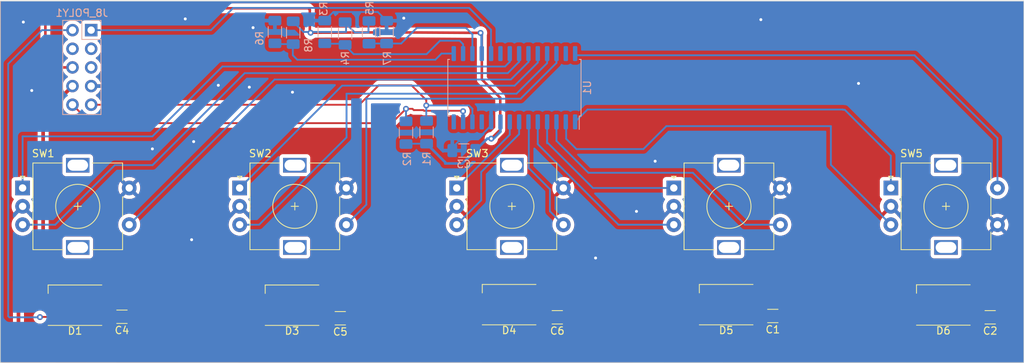
<source format=kicad_pcb>
(kicad_pcb (version 20221018) (generator pcbnew)
  (layers (0 "F.Cu" signal) (31 "B.Cu" signal) (34 "B.Paste" user) (35 "F.Paste" user) (36 "B.SilkS" user "B.Silkscreen") (37 "F.SilkS" user "F.Silkscreen") (38 "B.Mask" user) (39 "F.Mask" user) (44 "Edge.Cuts" user))
  (net 0 "")
  (net 1 "GND")
  (net 2 "LED_POWER")
  (net 3 "VCC")
  (net 4 "LED_DATA_IN")
  (net 5 "Net-(D1-DOUT)")
  (net 6 "MCP23017_IRQ")
  (net 8 "Net-(D3-DOUT)")
  (net 9 "Net-(D4-DOUT)")
  (net 10 "Net-(D5-DOUT)")
  (net 14 "SDA")
  (net 15 "SCK")
  (net 16 "Net-(U1-A1)")
  (net 17 "Net-(U1-A2)")
  (net 18 "Net-(U1-A0)")
  (net 19 "R1_A")
  (net 20 "R1_B")
  (net 21 "R2_A")
  (net 22 "R2_B")
  (net 23 "R3_A")
  (net 24 "R3_B")
  (net 25 "R4_A")
  (net 26 "R4_B")
  (net 30 "R5_A")
  (net 31 "R5_B")
  (net 32 "SW_1")
  (net 33 "SW_2")
  (net 34 "SW_3")
  (net 35 "SW_4")
  (net 36 "SW_5")
  (footprint "LED_SMD:LED_SK6812_PLCC4_5.0x5.0mm_P3.2mm" (layer "F.Cu") (at 212.74405 56.2866 180)
    (fp_text reference "D5" (at 0 -3.5) (layer "F.SilkS"))
    (fp_text value "SK6812")
    (pad "1" smd rect (at 2.45 1.6 180) (size 1.5 1) (layers "F.Cu" "F.Paste" "F.Mask") (net 1 "GND"))
    (pad "2" smd rect (at 2.45 -1.6 180) (size 1.5 1) (layers "F.Cu" "F.Paste" "F.Mask") (net 9 "Net-(D4-DOUT)"))
    (pad "3" smd rect (at -2.45 -1.6 180) (size 1.5 1) (layers "F.Cu" "F.Paste" "F.Mask") (net 2 "LED_POWER"))
    (pad "4" smd rect (at -2.45 1.6 180) (size 1.5 1) (layers "F.Cu" "F.Paste" "F.Mask") (net 10 "Net-(D5-DOUT)"))
  )
  (footprint "Rotary_Encoder:RotaryEncoder_Alps_EC11E-Switch_Vertical_H20mm" (layer "F.Cu") (at 176.0979 40.4006)
    (fp_text reference "SW3" (at 2.8 -4.7) (layer "F.SilkS"))
    (fp_text value "RotaryEncoder_Switch")
    (pad "A" thru_hole rect (at 0 0) (size 2 2) (drill 1) (layers "*.Cu" "*.Mask") (net 23 "R3_A"))
    (pad "B" thru_hole circle (at 0 5) (size 2 2) (drill 1) (layers "*.Cu" "*.Mask") (net 24 "R3_B"))
    (pad "C" thru_hole circle (at 0 2.5) (size 2 2) (drill 1) (layers "*.Cu" "*.Mask") (net 1 "GND"))
    (pad "MP" thru_hole rect (at 7.5 -3.1) (size 3.2 2) (drill oval 2.8 1.5) (layers "*.Cu" "*.Mask"))
    (pad "MP" thru_hole rect (at 7.5 8.1) (size 3.2 2) (drill oval 2.8 1.5) (layers "*.Cu" "*.Mask"))
    (pad "S1" thru_hole circle (at 14.5 5) (size 2 2) (drill 1) (layers "*.Cu" "*.Mask") (net 34 "SW_3"))
    (pad "S2" thru_hole circle (at 14.5 0) (size 2 2) (drill 1) (layers "*.Cu" "*.Mask") (net 1 "GND"))
  )
  (footprint "LED_SMD:LED_SK6812_PLCC4_5.0x5.0mm_P3.2mm" (layer "F.Cu") (at 242.279 56.337 180)
    (fp_text reference "D6" (at 0 -3.5) (layer "F.SilkS"))
    (fp_text value "SK6812")
    (pad "1" smd rect (at 2.45 1.6 180) (size 1.5 1) (layers "F.Cu" "F.Paste" "F.Mask") (net 1 "GND"))
    (pad "2" smd rect (at 2.45 -1.6 180) (size 1.5 1) (layers "F.Cu" "F.Paste" "F.Mask") (net 10 "Net-(D5-DOUT)"))
    (pad "3" smd rect (at -2.45 -1.6 180) (size 1.5 1) (layers "F.Cu" "F.Paste" "F.Mask") (net 2 "LED_POWER"))
    (pad "4" smd rect (at -2.45 1.6 180) (size 1.5 1) (layers "F.Cu" "F.Paste" "F.Mask"))
  )
  (footprint "Rotary_Encoder:RotaryEncoder_Alps_EC11E-Switch_Vertical_H20mm" (layer "F.Cu") (at 146.57675 40.4006)
    (fp_text reference "SW2" (at 2.8 -4.7) (layer "F.SilkS"))
    (fp_text value "RotaryEncoder_Switch")
    (pad "A" thru_hole rect (at 0 0) (size 2 2) (drill 1) (layers "*.Cu" "*.Mask") (net 21 "R2_A"))
    (pad "B" thru_hole circle (at 0 5) (size 2 2) (drill 1) (layers "*.Cu" "*.Mask") (net 22 "R2_B"))
    (pad "C" thru_hole circle (at 0 2.5) (size 2 2) (drill 1) (layers "*.Cu" "*.Mask") (net 1 "GND"))
    (pad "MP" thru_hole rect (at 7.5 -3.1) (size 3.2 2) (drill oval 2.8 1.5) (layers "*.Cu" "*.Mask"))
    (pad "MP" thru_hole rect (at 7.5 8.1) (size 3.2 2) (drill oval 2.8 1.5) (layers "*.Cu" "*.Mask"))
    (pad "S1" thru_hole circle (at 14.5 5) (size 2 2) (drill 1) (layers "*.Cu" "*.Mask") (net 33 "SW_2"))
    (pad "S2" thru_hole circle (at 14.5 0) (size 2 2) (drill 1) (layers "*.Cu" "*.Mask") (net 1 "GND"))
  )
  (footprint "Capacitor_SMD:C_1206_3216Metric_Pad1.33x1.80mm_HandSolder" (layer "F.Cu") (at 130.5691 57.9374 180)
    (fp_text reference "C4" (at 0 -1.85) (layer "F.SilkS"))
    (fp_text value "100n")
    (pad "1" smd roundrect (at -1.5625 0 180) (size 1.325 1.8) (layers "F.Cu" "F.Paste" "F.Mask") (roundrect_rratio 0.1886792453) (net 1 "GND"))
    (pad "2" smd roundrect (at 1.5625 0 180) (size 1.325 1.8) (layers "F.Cu" "F.Paste" "F.Mask") (roundrect_rratio 0.1886792453) (net 2 "LED_POWER"))
  )
  (footprint "Capacitor_SMD:C_1206_3216Metric_Pad1.33x1.80mm_HandSolder" (layer "F.Cu") (at 248.6537 58.0136 180)
    (fp_text reference "C2" (at 0 -1.85) (layer "F.SilkS"))
    (fp_text value "100n")
    (pad "1" smd roundrect (at -1.5625 0 180) (size 1.325 1.8) (layers "F.Cu" "F.Paste" "F.Mask") (roundrect_rratio 0.1886792453) (net 1 "GND"))
    (pad "2" smd roundrect (at 1.5625 0 180) (size 1.325 1.8) (layers "F.Cu" "F.Paste" "F.Mask") (roundrect_rratio 0.1886792453) (net 2 "LED_POWER"))
  )
  (footprint "LED_SMD:LED_SK6812_PLCC4_5.0x5.0mm_P3.2mm" (layer "F.Cu") (at 183.2229 56.2866 180)
    (fp_text reference "D4" (at 0 -3.5) (layer "F.SilkS"))
    (fp_text value "SK6812")
    (pad "1" smd rect (at 2.45 1.6 180) (size 1.5 1) (layers "F.Cu" "F.Paste" "F.Mask") (net 1 "GND"))
    (pad "2" smd rect (at 2.45 -1.6 180) (size 1.5 1) (layers "F.Cu" "F.Paste" "F.Mask") (net 8 "Net-(D3-DOUT)"))
    (pad "3" smd rect (at -2.45 -1.6 180) (size 1.5 1) (layers "F.Cu" "F.Paste" "F.Mask") (net 2 "LED_POWER"))
    (pad "4" smd rect (at -2.45 1.6 180) (size 1.5 1) (layers "F.Cu" "F.Paste" "F.Mask") (net 9 "Net-(D4-DOUT)"))
  )
  (footprint "Capacitor_SMD:C_1206_3216Metric_Pad1.33x1.80mm_HandSolder" (layer "F.Cu") (at 189.7765 58.0136 180)
    (fp_text reference "C6" (at 0 -1.85) (layer "F.SilkS"))
    (fp_text value "100n")
    (pad "1" smd roundrect (at -1.5625 0 180) (size 1.325 1.8) (layers "F.Cu" "F.Paste" "F.Mask") (roundrect_rratio 0.1886792453) (net 1 "GND"))
    (pad "2" smd roundrect (at 1.5625 0 180) (size 1.325 1.8) (layers "F.Cu" "F.Paste" "F.Mask") (roundrect_rratio 0.1886792453) (net 2 "LED_POWER"))
  )
  (footprint "Capacitor_SMD:C_1206_3216Metric_Pad1.33x1.80mm_HandSolder" (layer "F.Cu") (at 160.2609 58.1406 180)
    (fp_text reference "C5" (at 0 -1.85) (layer "F.SilkS"))
    (fp_text value "100n")
    (pad "1" smd roundrect (at -1.5625 0 180) (size 1.325 1.8) (layers "F.Cu" "F.Paste" "F.Mask") (roundrect_rratio 0.1886792453) (net 1 "GND"))
    (pad "2" smd roundrect (at 1.5625 0 180) (size 1.325 1.8) (layers "F.Cu" "F.Paste" "F.Mask") (roundrect_rratio 0.1886792453) (net 2 "LED_POWER"))
  )
  (footprint "LED_SMD:LED_SK6812_PLCC4_5.0x5.0mm_P3.2mm" (layer "F.Cu") (at 153.70175 56.3628 180)
    (fp_text reference "D3" (at 0 -3.5) (layer "F.SilkS"))
    (fp_text value "SK6812")
    (pad "1" smd rect (at 2.45 1.6 180) (size 1.5 1) (layers "F.Cu" "F.Paste" "F.Mask") (net 1 "GND"))
    (pad "2" smd rect (at 2.45 -1.6 180) (size 1.5 1) (layers "F.Cu" "F.Paste" "F.Mask") (net 5 "Net-(D1-DOUT)"))
    (pad "3" smd rect (at -2.45 -1.6 180) (size 1.5 1) (layers "F.Cu" "F.Paste" "F.Mask") (net 2 "LED_POWER"))
    (pad "4" smd rect (at -2.45 1.6 180) (size 1.5 1) (layers "F.Cu" "F.Paste" "F.Mask") (net 8 "Net-(D3-DOUT)"))
  )
  (footprint "LED_SMD:LED_SK6812_PLCC4_5.0x5.0mm_P3.2mm" (layer "F.Cu") (at 124.1806 56.3628 180)
    (fp_text reference "D1" (at 0 -3.5) (layer "F.SilkS"))
    (fp_text value "SK6812")
    (pad "1" smd rect (at 2.45 1.6 180) (size 1.5 1) (layers "F.Cu" "F.Paste" "F.Mask") (net 1 "GND"))
    (pad "2" smd rect (at 2.45 -1.6 180) (size 1.5 1) (layers "F.Cu" "F.Paste" "F.Mask") (net 4 "LED_DATA_IN"))
    (pad "3" smd rect (at -2.45 -1.6 180) (size 1.5 1) (layers "F.Cu" "F.Paste" "F.Mask") (net 2 "LED_POWER"))
    (pad "4" smd rect (at -2.45 1.6 180) (size 1.5 1) (layers "F.Cu" "F.Paste" "F.Mask") (net 5 "Net-(D1-DOUT)"))
  )
  (footprint "Capacitor_SMD:C_1206_3216Metric_Pad1.33x1.80mm_HandSolder" (layer "F.Cu") (at 219.0873 57.8358 180)
    (fp_text reference "C1" (at 0 -1.85) (layer "F.SilkS"))
    (fp_text value "100n")
    (pad "1" smd roundrect (at -1.5625 0 180) (size 1.325 1.8) (layers "F.Cu" "F.Paste" "F.Mask") (roundrect_rratio 0.1886792453) (net 1 "GND"))
    (pad "2" smd roundrect (at 1.5625 0 180) (size 1.325 1.8) (layers "F.Cu" "F.Paste" "F.Mask") (roundrect_rratio 0.1886792453) (net 2 "LED_POWER"))
  )
  (footprint "Rotary_Encoder:RotaryEncoder_Alps_EC11E-Switch_Vertical_H20mm" (layer "F.Cu") (at 235.1402 40.4006)
    (fp_text reference "SW5" (at 2.8 -4.7) (layer "F.SilkS"))
    (fp_text value "RotaryEncoder_Switch")
    (pad "A" thru_hole rect (at 0 0) (size 2 2) (drill 1) (layers "*.Cu" "*.Mask") (net 30 "R5_A"))
    (pad "B" thru_hole circle (at 0 5) (size 2 2) (drill 1) (layers "*.Cu" "*.Mask") (net 31 "R5_B"))
    (pad "C" thru_hole circle (at 0 2.5) (size 2 2) (drill 1) (layers "*.Cu" "*.Mask") (net 1 "GND"))
    (pad "MP" thru_hole rect (at 7.5 -3.1) (size 3.2 2) (drill oval 2.8 1.5) (layers "*.Cu" "*.Mask"))
    (pad "MP" thru_hole rect (at 7.5 8.1) (size 3.2 2) (drill oval 2.8 1.5) (layers "*.Cu" "*.Mask"))
    (pad "S1" thru_hole circle (at 14.5 5) (size 2 2) (drill 1) (layers "*.Cu" "*.Mask") (net 1 "GND"))
    (pad "S2" thru_hole circle (at 14.5 0) (size 2 2) (drill 1) (layers "*.Cu" "*.Mask") (net 36 "SW_5"))
  )
  (footprint "Rotary_Encoder:RotaryEncoder_Alps_EC11E-Switch_Vertical_H20mm" (layer "F.Cu") (at 117.0556 40.4006)
    (fp_text reference "SW1" (at 2.8 -4.7) (layer "F.SilkS"))
    (fp_text value "RotaryEncoder_Switch")
    (pad "A" thru_hole rect (at 0 0) (size 2 2) (drill 1) (layers "*.Cu" "*.Mask") (net 19 "R1_A"))
    (pad "B" thru_hole circle (at 0 5) (size 2 2) (drill 1) (layers "*.Cu" "*.Mask") (net 20 "R1_B"))
    (pad "C" thru_hole circle (at 0 2.5) (size 2 2) (drill 1) (layers "*.Cu" "*.Mask") (net 1 "GND"))
    (pad "MP" thru_hole rect (at 7.5 -3.1) (size 3.2 2) (drill oval 2.8 1.5) (layers "*.Cu" "*.Mask"))
    (pad "MP" thru_hole rect (at 7.5 8.1) (size 3.2 2) (drill oval 2.8 1.5) (layers "*.Cu" "*.Mask"))
    (pad "S1" thru_hole circle (at 14.5 5) (size 2 2) (drill 1) (layers "*.Cu" "*.Mask") (net 32 "SW_1"))
    (pad "S2" thru_hole circle (at 14.5 0) (size 2 2) (drill 1) (layers "*.Cu" "*.Mask") (net 1 "GND"))
  )
  (footprint "Rotary_Encoder:RotaryEncoder_Alps_EC11E-Switch_Vertical_H20mm" (layer "F.Cu") (at 205.61905 40.4006)
    (fp_text reference "SW4" hide)
    (fp_text value "RotaryEncoder_Switch")
    (pad "A" thru_hole rect (at 0 0) (size 2 2) (drill 1) (layers "*.Cu" "*.Mask") (net 25 "R4_A"))
    (pad "B" thru_hole circle (at 0 5) (size 2 2) (drill 1) (layers "*.Cu" "*.Mask") (net 26 "R4_B"))
    (pad "C" thru_hole circle (at 0 2.5) (size 2 2) (drill 1) (layers "*.Cu" "*.Mask") (net 1 "GND"))
    (pad "MP" thru_hole rect (at 7.5 -3.1) (size 3.2 2) (drill oval 2.8 1.5) (layers "*.Cu" "*.Mask"))
    (pad "MP" thru_hole rect (at 7.5 8.1) (size 3.2 2) (drill oval 2.8 1.5) (layers "*.Cu" "*.Mask"))
    (pad "S1" thru_hole circle (at 14.5 5) (size 2 2) (drill 1) (layers "*.Cu" "*.Mask") (net 35 "SW_4"))
    (pad "S2" thru_hole circle (at 14.5 0) (size 2 2) (drill 1) (layers "*.Cu" "*.Mask") (net 1 "GND"))
  )
  (footprint "Package_SO:SOIC-28W_7.5x17.9mm_P1.27mm" (layer "B.Cu") (at 183.9468 26.7462 90)
    (fp_text reference "U1" (at 0 9.9 90) (layer "B.SilkS") (effects (justify mirror)))
    (fp_text value "MCP23017_SO")
    (pad "1" smd roundrect (at -4.65 8.255 90) (size 2.05 0.6) (layers "B.Cu" "B.Paste" "B.Mask") (net 30 "R5_A"))
    (pad "2" smd roundrect (at -4.65 6.985 90) (size 2.05 0.6) (layers "B.Cu" "B.Paste" "B.Mask") (net 31 "R5_B"))
    (pad "3" smd roundrect (at -4.65 5.715 90) (size 2.05 0.6) (layers "B.Cu" "B.Paste" "B.Mask") (net 35 "SW_4"))
    (pad "4" smd roundrect (at -4.65 4.445 90) (size 2.05 0.6) (layers "B.Cu" "B.Paste" "B.Mask") (net 25 "R4_A"))
    (pad "5" smd roundrect (at -4.65 3.175 90) (size 2.05 0.6) (layers "B.Cu" "B.Paste" "B.Mask") (net 26 "R4_B"))
    (pad "6" smd roundrect (at -4.65 1.905 90) (size 2.05 0.6) (layers "B.Cu" "B.Paste" "B.Mask") (net 34 "SW_3"))
    (pad "7" smd roundrect (at -4.65 0.635 90) (size 2.05 0.6) (layers "B.Cu" "B.Paste" "B.Mask") (net 24 "R3_B"))
    (pad "8" smd roundrect (at -4.65 -0.635 90) (size 2.05 0.6) (layers "B.Cu" "B.Paste" "B.Mask") (net 23 "R3_A"))
    (pad "9" smd roundrect (at -4.65 -1.905 90) (size 2.05 0.6) (layers "B.Cu" "B.Paste" "B.Mask") (net 3 "VCC"))
    (pad "10" smd roundrect (at -4.65 -3.175 90) (size 2.05 0.6) (layers "B.Cu" "B.Paste" "B.Mask") (net 1 "GND"))
    (pad "11" smd roundrect (at -4.65 -4.445 90) (size 2.05 0.6) (layers "B.Cu" "B.Paste" "B.Mask"))
    (pad "12" smd roundrect (at -4.65 -5.715 90) (size 2.05 0.6) (layers "B.Cu" "B.Paste" "B.Mask") (net 15 "SCK"))
    (pad "13" smd roundrect (at -4.65 -6.985 90) (size 2.05 0.6) (layers "B.Cu" "B.Paste" "B.Mask") (net 14 "SDA"))
    (pad "14" smd roundrect (at -4.65 -8.255 90) (size 2.05 0.6) (layers "B.Cu" "B.Paste" "B.Mask"))
    (pad "15" smd roundrect (at 4.65 -8.255 90) (size 2.05 0.6) (layers "B.Cu" "B.Paste" "B.Mask") (net 18 "Net-(U1-A0)"))
    (pad "16" smd roundrect (at 4.65 -6.985 90) (size 2.05 0.6) (layers "B.Cu" "B.Paste" "B.Mask") (net 16 "Net-(U1-A1)"))
    (pad "17" smd roundrect (at 4.65 -5.715 90) (size 2.05 0.6) (layers "B.Cu" "B.Paste" "B.Mask") (net 17 "Net-(U1-A2)"))
    (pad "18" smd roundrect (at 4.65 -4.445 90) (size 2.05 0.6) (layers "B.Cu" "B.Paste" "B.Mask") (net 3 "VCC"))
    (pad "19" smd roundrect (at 4.65 -3.175 90) (size 2.05 0.6) (layers "B.Cu" "B.Paste" "B.Mask") (net 6 "MCP23017_IRQ"))
    (pad "20" smd roundrect (at 4.65 -1.905 90) (size 2.05 0.6) (layers "B.Cu" "B.Paste" "B.Mask"))
    (pad "21" smd roundrect (at 4.65 -0.635 90) (size 2.05 0.6) (layers "B.Cu" "B.Paste" "B.Mask") (net 19 "R1_A"))
    (pad "22" smd roundrect (at 4.65 0.635 90) (size 2.05 0.6) (layers "B.Cu" "B.Paste" "B.Mask") (net 20 "R1_B"))
    (pad "23" smd roundrect (at 4.65 1.905 90) (size 2.05 0.6) (layers "B.Cu" "B.Paste" "B.Mask") (net 32 "SW_1"))
    (pad "24" smd roundrect (at 4.65 3.175 90) (size 2.05 0.6) (layers "B.Cu" "B.Paste" "B.Mask") (net 21 "R2_A"))
    (pad "25" smd roundrect (at 4.65 4.445 90) (size 2.05 0.6) (layers "B.Cu" "B.Paste" "B.Mask") (net 22 "R2_B"))
    (pad "26" smd roundrect (at 4.65 5.715 90) (size 2.05 0.6) (layers "B.Cu" "B.Paste" "B.Mask") (net 33 "SW_2"))
    (pad "27" smd roundrect (at 4.65 6.985 90) (size 2.05 0.6) (layers "B.Cu" "B.Paste" "B.Mask"))
    (pad "28" smd roundrect (at 4.65 8.255 90) (size 2.05 0.6) (layers "B.Cu" "B.Paste" "B.Mask") (net 36 "SW_5"))
  )
  (footprint "Connector_PinHeader_2.54mm:PinHeader_2x05_P2.54mm_Vertical" (layer "B.Cu") (at 126.381 18.9026 180)
    (fp_text reference "J8_POLY1" (at 1.27 2.33) (layer "B.SilkS") (effects (justify mirror)))
    (fp_text value "Conn_Env")
    (pad "1" thru_hole rect (at 0 0 180) (size 1.7 1.7) (drill 1) (layers "*.Cu" "*.Mask") (net 6 "MCP23017_IRQ"))
    (pad "2" thru_hole oval (at 2.54 0 180) (size 1.7 1.7) (drill 1) (layers "*.Cu" "*.Mask") (net 4 "LED_DATA_IN"))
    (pad "3" thru_hole oval (at 0 -2.54 180) (size 1.7 1.7) (drill 1) (layers "*.Cu" "*.Mask"))
    (pad "4" thru_hole oval (at 2.54 -2.54 180) (size 1.7 1.7) (drill 1) (layers "*.Cu" "*.Mask"))
    (pad "5" thru_hole oval (at 0 -5.08 180) (size 1.7 1.7) (drill 1) (layers "*.Cu" "*.Mask"))
    (pad "6" thru_hole oval (at 2.54 -5.08 180) (size 1.7 1.7) (drill 1) (layers "*.Cu" "*.Mask") (net 3 "VCC"))
    (pad "7" thru_hole oval (at 0 -7.62 180) (size 1.7 1.7) (drill 1) (layers "*.Cu" "*.Mask") (net 1 "GND"))
    (pad "8" thru_hole oval (at 2.54 -7.62 180) (size 1.7 1.7) (drill 1) (layers "*.Cu" "*.Mask") (net 2 "LED_POWER"))
    (pad "9" thru_hole oval (at 0 -10.16 180) (size 1.7 1.7) (drill 1) (layers "*.Cu" "*.Mask") (net 15 "SCK"))
    (pad "10" thru_hole oval (at 2.54 -10.16 180) (size 1.7 1.7) (drill 1) (layers "*.Cu" "*.Mask") (net 14 "SDA"))
  )
  (footprint "Resistor_SMD:R_1206_3216Metric_Pad1.30x1.75mm_HandSolder" (layer "B.Cu") (at 153.8588 19.2538 -90)
    (fp_text reference "R6" (at 0.7614 4.572 90) (layer "B.SilkS") (effects (justify mirror)))
    (fp_text value "0")
    (pad "1" smd roundrect (at -1.55 0 270) (size 1.3 1.75) (layers "B.Cu" "B.Paste" "B.Mask") (roundrect_rratio 0.1923076923) (net 3 "VCC"))
    (pad "2" smd roundrect (at 1.55 0 270) (size 1.3 1.75) (layers "B.Cu" "B.Paste" "B.Mask") (roundrect_rratio 0.1923076923) (net 18 "Net-(U1-A0)"))
  )
  (footprint "Resistor_SMD:R_1206_3216Metric_Pad1.30x1.75mm_HandSolder" (layer "B.Cu") (at 166.5588 19.1776 90)
    (fp_text reference "R7" (at -3.5554 0.1016 90) (layer "B.SilkS") (effects (justify mirror)))
    (fp_text value "0")
    (pad "1" smd roundrect (at -1.55 0 90) (size 1.3 1.75) (layers "B.Cu" "B.Paste" "B.Mask") (roundrect_rratio 0.1923076923) (net 17 "Net-(U1-A2)"))
    (pad "2" smd roundrect (at 1.55 0 90) (size 1.3 1.75) (layers "B.Cu" "B.Paste" "B.Mask") (roundrect_rratio 0.1923076923) (net 1 "GND"))
  )
  (footprint "Capacitor_SMD:C_1206_3216Metric_Pad1.33x1.80mm_HandSolder" (layer "B.Cu") (at 177.0613 35.306)
    (fp_text reference "C3" (at 0 1.85) (layer "B.SilkS") (effects (justify mirror)))
    (fp_text value "C")
    (pad "1" smd roundrect (at -1.5625 0) (size 1.325 1.8) (layers "B.Cu" "B.Paste" "B.Mask") (roundrect_rratio 0.1886792453) (net 1 "GND"))
    (pad "2" smd roundrect (at 1.5625 0) (size 1.325 1.8) (layers "B.Cu" "B.Paste" "B.Mask") (roundrect_rratio 0.1886792453) (net 3 "VCC"))
  )
  (footprint "Resistor_SMD:R_1206_3216Metric_Pad1.30x1.75mm_HandSolder" (layer "B.Cu") (at 151.3696 19.1522 90)
    (fp_text reference "R8" (at -1.8028 4.572 90) (layer "B.SilkS") (effects (justify mirror)))
    (fp_text value "0")
    (pad "1" smd roundrect (at -1.55 0 90) (size 1.3 1.75) (layers "B.Cu" "B.Paste" "B.Mask") (roundrect_rratio 0.1923076923) (net 18 "Net-(U1-A0)"))
    (pad "2" smd roundrect (at 1.55 0 90) (size 1.3 1.75) (layers "B.Cu" "B.Paste" "B.Mask") (roundrect_rratio 0.1923076923) (net 1 "GND"))
  )
  (footprint "Resistor_SMD:R_1206_3216Metric_Pad1.30x1.75mm_HandSolder" (layer "B.Cu") (at 164.1712 19.203 -90)
    (fp_text reference "R5" (at -3.3026 -0.1016 90) (layer "B.SilkS") (effects (justify mirror)))
    (fp_text value "0")
    (pad "1" smd roundrect (at -1.55 0 270) (size 1.3 1.75) (layers "B.Cu" "B.Paste" "B.Mask") (roundrect_rratio 0.1923076923) (net 3 "VCC"))
    (pad "2" smd roundrect (at 1.55 0 270) (size 1.3 1.75) (layers "B.Cu" "B.Paste" "B.Mask") (roundrect_rratio 0.1923076923) (net 17 "Net-(U1-A2)"))
  )
  (footprint "Resistor_SMD:R_1206_3216Metric_Pad1.30x1.75mm_HandSolder" (layer "B.Cu") (at 169.2004 32.8682 90)
    (fp_text reference "R1" (at -3.5808 2.8194 90) (layer "B.SilkS") (effects (justify mirror)))
    (fp_text value "4K7")
    (pad "1" smd roundrect (at -1.55 0 90) (size 1.3 1.75) (layers "B.Cu" "B.Paste" "B.Mask") (roundrect_rratio 0.1923076923) (net 3 "VCC"))
    (pad "2" smd roundrect (at 1.55 0 90) (size 1.3 1.75) (layers "B.Cu" "B.Paste" "B.Mask") (roundrect_rratio 0.1923076923) (net 14 "SDA"))
  )
  (footprint "Resistor_SMD:R_1206_3216Metric_Pad1.30x1.75mm_HandSolder" (layer "B.Cu") (at 158.1514 19.1522 90)
    (fp_text reference "R4" (at -3.5808 2.794 90) (layer "B.SilkS") (effects (justify mirror)))
    (fp_text value "0")
    (pad "1" smd roundrect (at -1.55 0 90) (size 1.3 1.75) (layers "B.Cu" "B.Paste" "B.Mask") (roundrect_rratio 0.1923076923) (net 16 "Net-(U1-A1)"))
    (pad "2" smd roundrect (at 1.55 0 90) (size 1.3 1.75) (layers "B.Cu" "B.Paste" "B.Mask") (roundrect_rratio 0.1923076923) (net 1 "GND"))
  )
  (footprint "Resistor_SMD:R_1206_3216Metric_Pad1.30x1.75mm_HandSolder" (layer "B.Cu") (at 171.9944 32.8174 -90)
    (fp_text reference "R2" (at 3.6316 2.6416 90) (layer "B.SilkS") (effects (justify mirror)))
    (fp_text value "4K7")
    (pad "1" smd roundrect (at -1.55 0 270) (size 1.3 1.75) (layers "B.Cu" "B.Paste" "B.Mask") (roundrect_rratio 0.1923076923) (net 15 "SCK"))
    (pad "2" smd roundrect (at 1.55 0 270) (size 1.3 1.75) (layers "B.Cu" "B.Paste" "B.Mask") (roundrect_rratio 0.1923076923) (net 3 "VCC"))
  )
  (footprint "Resistor_SMD:R_1206_3216Metric_Pad1.30x1.75mm_HandSolder" (layer "B.Cu") (at 160.92 19.3554 -90)
    (fp_text reference "R3" (at -3.3788 2.921 90) (layer "B.SilkS") (effects (justify mirror)))
    (fp_text value "0")
    (pad "1" smd roundrect (at -1.55 0 270) (size 1.3 1.75) (layers "B.Cu" "B.Paste" "B.Mask") (roundrect_rratio 0.1923076923) (net 3 "VCC"))
    (pad "2" smd roundrect (at 1.55 0 270) (size 1.3 1.75) (layers "B.Cu" "B.Paste" "B.Mask") (roundrect_rratio 0.1923076923) (net 16 "Net-(U1-A1)"))
  )
  (gr_rect (start 114.0316 14.9352) (end 253.2236 64.1858) (stroke (width 0.1)) (fill none) (layer "Edge.Cuts"))
  (segment (start 239.6624 54.61) (end 239.8152 54.7628) (width 0.5) (layer "F.Cu") (net 1))
  (segment (start 210.11585 54.5846) (end 210.29405 54.7628) (width 0.5) (layer "F.Cu") (net 1))
  (via (at 203.084 36.7538) (size 0.8) (drill 0.4) (layers "F.Cu" "B.Cu") (net 1))
  (via (at 148.3978 18.5674) (size 0.8) (drill 0.4) (layers "F.Cu" "B.Cu") (net 1))
  (via (at 143.6734 26.416) (size 0.8) (drill 0.4) (layers "F.Cu" "B.Cu") (net 1))
  (via (at 134.7072 35.0774) (size 0.8) (drill 0.4) (layers "F.Cu" "B.Cu") (net 1))
  (via (at 147.8898 26.67) (size 0.8) (drill 0.4) (layers "F.Cu" "B.Cu") (net 1))
  (via (at 118.2988 27.1272) (size 0.8) (drill 0.4) (layers "F.Cu" "B.Cu") (net 1))
  (via (at 153.7572 27.3558) (size 0.8) (drill 0.4) (layers "F.Cu" "B.Cu") (net 1))
  (via (at 117.1558 17.8054) (size 0.8) (drill 0.4) (layers "F.Cu" "B.Cu") (net 1))
  (via (at 139.1776 17.3736) (size 0.8) (drill 0.4) (layers "F.Cu" "B.Cu") (net 1))
  (via (at 140.0412 47.4472) (size 0.8) (drill 0.4) (layers "F.Cu" "B.Cu") (net 1))
  (via (at 217.4604 17.4752) (size 0.8) (drill 0.4) (layers "F.Cu" "B.Cu") (net 1))
  (via (at 230.7446 26.162) (size 0.8) (drill 0.4) (layers "F.Cu" "B.Cu") (net 1))
  (via (at 200.544 43.5864) (size 0.8) (drill 0.4) (layers "F.Cu" "B.Cu") (net 1))
  (via (at 194.9814 49.9364) (size 0.8) (drill 0.4) (layers "F.Cu" "B.Cu") (net 1))
  (via (at 140.3206 34.0868) (size 0.8) (drill 0.4) (layers "F.Cu" "B.Cu") (net 1))
  (via (at 168.8956 17.272) (size 0.8) (drill 0.4) (layers "F.Cu" "B.Cu") (net 1))
  (segment (start 179.0556 33.6042) (end 180.7718 31.888) (width 0.25) (layer "B.Cu") (net 1))
  (segment (start 175.4988 35.306) (end 175.4988 34.9004) (width 0.25) (layer "B.Cu") (net 1))
  (segment (start 159.3198 16.4338) (end 165.365 16.4338) (width 0.25) (layer "B.Cu") (net 1))
  (segment (start 158.1514 17.6022) (end 159.3198 16.4338) (width 0.25) (layer "B.Cu") (net 1))
  (segment (start 180.7718 31.888) (end 180.7718 31.3962) (width 0.25) (layer "B.Cu") (net 1))
  (segment (start 176.795 33.6042) (end 179.0556 33.6042) (width 0.25) (layer "B.Cu") (net 1))
  (segment (start 165.365 16.4338) (end 166.5588 17.6276) (width 0.25) (layer "B.Cu") (net 1))
  (segment (start 175.4988 34.9004) (end 176.795 33.6042) (width 0.25) (layer "B.Cu") (net 1))
  (segment (start 128.9812 57.9628) (end 129.0066 57.9374) (width 0.5) (layer "F.Cu") (net 2))
  (segment (start 123.841 26.5226) (end 119.8482 30.5154) (width 0.5) (layer "F.Cu") (net 2))
  (segment (start 244.729 60.833) (end 244.729 57.937) (width 0.5) (layer "F.Cu") (net 2))
  (segment (start 119.8482 49.8602) (end 116.4954 53.213) (width 0.5) (layer "F.Cu") (net 2))
  (segment (start 119.8482 30.5154) (end 119.8482 49.8602) (width 0.5) (layer "F.Cu") (net 2))
  (segment (start 127.3412 60.833) (end 156.0322 60.833) (width 0.5) (layer "F.Cu") (net 2))
  (segment (start 244.729 57.937) (end 247.0146 57.937) (width 0.5) (layer "F.Cu") (net 2))
  (segment (start 217.5256 60.833) (end 244.729 60.833) (width 0.5) (layer "F.Cu") (net 2))
  (segment (start 215.19405 57.8866) (end 217.474 57.8866) (width 0.5) (layer "F.Cu") (net 2))
  (segment (start 185.801 60.833) (end 185.6729 60.7049) (width 0.5) (layer "F.Cu") (net 2))
  (segment (start 185.6729 57.8866) (end 188.087 57.8866) (width 0.5) (layer "F.Cu") (net 2))
  (segment (start 217.474 57.8866) (end 217.5248 57.8358) (width 0.5) (layer "F.Cu") (net 2))
  (segment (start 156.0322 60.833) (end 156.15175 60.71345) (width 0.5) (layer "F.Cu") (net 2))
  (segment (start 247.0146 57.937) (end 247.0912 58.0136) (width 0.5) (layer "F.Cu") (net 2))
  (segment (start 156.0322 60.833) (end 185.801 60.833) (width 0.5) (layer "F.Cu") (net 2))
  (segment (start 126.6306 60.8192) (end 126.6306 57.9628) (width 0.5) (layer "F.Cu") (net 2))
  (segment (start 126.6444 60.833) (end 127.3412 60.833) (width 0.5) (layer "F.Cu") (net 2))
  (segment (start 185.801 60.833) (end 215.2142 60.833) (width 0.5) (layer "F.Cu") (net 2))
  (segment (start 116.4954 53.213) (end 116.4954 60.9854) (width 0.5) (layer "F.Cu") (net 2))
  (segment (start 188.087 57.8866) (end 188.214 58.0136) (width 0.5) (layer "F.Cu") (net 2))
  (segment (start 116.4954 60.9854) (end 127.1888 60.9854) (width 0.5) (layer "F.Cu") (net 2))
  (segment (start 215.2142 60.833) (end 217.5256 60.833) (width 0.5) (layer "F.Cu") (net 2))
  (segment (start 126.6444 60.833) (end 126.6306 60.8192) (width 0.5) (layer "F.Cu") (net 2))
  (segment (start 156.15175 57.9628) (end 158.5206 57.9628) (width 0.5) (layer "F.Cu") (net 2))
  (segment (start 215.19405 60.81285) (end 215.19405 57.8866) (width 0.5) (layer "F.Cu") (net 2))
  (segment (start 126.6306 57.9628) (end 128.9812 57.9628) (width 0.5) (layer "F.Cu") (net 2))
  (segment (start 158.5206 57.9628) (end 158.6984 58.1406) (width 0.5) (layer "F.Cu") (net 2))
  (segment (start 127.1888 60.9854) (end 127.3412 60.833) (width 0.5) (layer "F.Cu") (net 2))
  (segment (start 156.15175 60.71345) (end 156.15175 57.9628) (width 0.5) (layer "F.Cu") (net 2))
  (segment (start 185.6729 60.7049) (end 185.6729 57.8866) (width 0.5) (layer "F.Cu") (net 2))
  (segment (start 215.2142 60.833) (end 215.19405 60.81285) (width 0.5) (layer "F.Cu") (net 2))
  (segment (start 156.1194 16.129) (end 156.1194 19.1516) (width 0.35) (layer "F.Cu") (net 3))
  (segment (start 156.1194 19.1516) (end 156.221 19.2532) (width 0.35) (layer "F.Cu") (net 3))
  (segment (start 182.0164 28.1178) (end 179.5128 25.6142) (width 0.35) (layer "F.Cu") (net 3))
  (segment (start 120.153 22.9616) (end 120.153 16.4338) (width 0.35) (layer "F.Cu") (net 3))
  (segment (start 123.841 23.9826) (end 121.174 23.9826) (width 0.35) (layer "F.Cu") (net 3))
  (segment (start 156.221 19.2532) (end 167.2446 19.2024) (width 0.35) (layer "F.Cu") (net 3))
  (segment (start 179.5128 19.4564) (end 179.335 19.2786) (width 0.35) (layer "F.Cu") (net 3))
  (segment (start 120.661 15.9258) (end 155.9162 15.9258) (width 0.35) (layer "F.Cu") (net 3))
  (segment (start 120.153 16.4338) (end 120.661 15.9258) (width 0.35) (layer "F.Cu") (net 3))
  (segment (start 179.5128 25.6142) (end 179.5128 19.4564) (width 0.35) (layer "F.Cu") (net 3))
  (segment (start 180.7972 33.6804) (end 182.0164 32.4612) (width 0.35) (layer "F.Cu") (net 3))
  (segment (start 167.2446 19.2024) (end 179.335 19.2786) (width 0.35) (layer "F.Cu") (net 3))
  (segment (start 121.174 23.9826) (end 120.153 22.9616) (width 0.35) (layer "F.Cu") (net 3))
  (segment (start 155.9162 15.9258) (end 156.1194 16.129) (width 0.35) (layer "F.Cu") (net 3))
  (segment (start 182.0164 32.4612) (end 182.0164 28.1178) (width 0.35) (layer "F.Cu") (net 3))
  (segment (start 179.335 19.2786) (end 179.335 19.3294) (width 0.35) (layer "F.Cu") (net 3))
  (via (at 179.335 19.2786) (size 0.8) (drill 0.4) (layers "F.Cu" "B.Cu") (net 3))
  (via (at 156.221 19.2532) (size 0.8) (drill 0.4) (layers "F.Cu" "B.Cu") (net 3))
  (via (at 180.7972 33.6804) (size 0.8) (drill 0.4) (layers "F.Cu" "B.Cu") (net 3))
  (segment (start 181.1528 33.6296) (end 182.0418 32.7406) (width 0.35) (layer "B.Cu") (net 3))
  (segment (start 174.5344 36.9074) (end 171.9944 34.3674) (width 0.35) (layer "B.Cu") (net 3))
  (segment (start 171.9944 34.3674) (end 169.2512 34.3674) (width 0.25) (layer "B.Cu") (net 3))
  (segment (start 176.8712 37.0586) (end 174.5344 37.0586) (width 0.35) (layer "B.Cu") (net 3))
  (segment (start 161.047 19.1516) (end 161.047 18.034) (width 0.25) (layer "B.Cu") (net 3))
  (segment (start 164.095 19.2278) (end 164.095 17.653) (width 0.25) (layer "B.Cu") (net 3))
  (segment (start 155.2546 19.1516) (end 161.047 19.1516) (width 0.25) (layer "B.Cu") (net 3))
  (segment (start 180.848 33.6296) (end 181.1528 33.6296) (width 0.35) (layer "B.Cu") (net 3))
  (segment (start 179.4874 19.431) (end 179.4874 22.0818) (width 0.35) (layer "B.Cu") (net 3))
  (segment (start 180.7464 33.6296) (end 180.7972 33.6804) (width 0.35) (layer "B.Cu") (net 3))
  (segment (start 164.095 17.653) (end 164.1458 17.6022) (width 0.25) (layer "B.Cu") (net 3))
  (segment (start 180.7972 33.6804) (end 180.2494 33.6804) (width 0.35) (layer "B.Cu") (net 3))
  (segment (start 169.2512 34.3674) (end 169.2004 34.4182) (width 0.25) (layer "B.Cu") (net 3))
  (segment (start 178.6238 35.306) (end 176.8712 37.0586) (width 0.35) (layer "B.Cu") (net 3))
  (segment (start 162.2408 19.2278) (end 164.095 19.2278) (width 0.25) (layer "B.Cu") (net 3))
  (segment (start 160.666 17.653) (end 162.2408 19.2278) (width 0.25) (layer "B.Cu") (net 3))
  (segment (start 179.4874 22.0818) (end 179.5018 22.0962) (width 0.35) (layer "B.Cu") (net 3))
  (segment (start 174.5344 37.0586) (end 174.5344 36.9074) (width 0.35) (layer "B.Cu") (net 3))
  (segment (start 180.7972 33.6804) (end 180.848 33.6296) (width 0.35) (layer "B.Cu") (net 3))
  (segment (start 161.047 18.034) (end 160.666 17.653) (width 0.25) (layer "B.Cu") (net 3))
  (segment (start 179.335 19.2786) (end 179.4874 19.431) (width 0.35) (layer "B.Cu") (net 3))
  (segment (start 182.0418 32.7406) (end 182.0418 31.3962) (width 0.35) (layer "B.Cu") (net 3))
  (segment (start 180.2494 33.6804) (end 178.6238 35.306) (width 0.35) (layer "B.Cu") (net 3))
  (segment (start 153.808 17.705) (end 155.2546 19.1516) (width 0.25) (layer "B.Cu") (net 3))
  (segment (start 119.4164 57.9882) (end 119.391 57.9628) (width 0.25) (layer "F.Cu") (net 4))
  (segment (start 119.4418 57.9628) (end 119.4164 57.9882) (width 0.25) (layer "F.Cu") (net 4))
  (segment (start 121.7306 57.9628) (end 119.4418 57.9628) (width 0.25) (layer "F.Cu") (net 4))
  (segment (start 119.391 57.9628) (end 119.2894 57.9628) (width 0.25) (layer "F.Cu") (net 4))
  (via (at 119.4164 57.9882) (size 0.8) (drill 0.4) (layers "F.Cu" "B.Cu") (net 4))
  (segment (start 115.2508 58.0136) (end 119.3656 58.0136) (width 0.25) (layer "B.Cu") (net 4))
  (segment (start 123.841 18.9026) (end 119.6908 18.9026) (width 0.25) (layer "B.Cu") (net 4))
  (segment (start 119.6908 18.9026) (end 115.0984 23.495) (width 0.25) (layer "B.Cu") (net 4))
  (segment (start 115.0984 57.8612) (end 115.2508 58.0136) (width 0.25) (layer "B.Cu") (net 4))
  (segment (start 115.0984 23.495) (end 115.0984 57.8612) (width 0.25) (layer "B.Cu") (net 4))
  (segment (start 146.6596 57.9628) (end 151.25175 57.9628) (width 0.25) (layer "F.Cu") (net 5))
  (segment (start 126.6306 54.7628) (end 130.832673 54.7628) (width 0.25) (layer "F.Cu") (net 5))
  (segment (start 130.857673 54.7878) (end 143.4846 54.7878) (width 0.25) (layer "F.Cu") (net 5))
  (segment (start 143.4846 54.7878) (end 146.6596 57.9628) (width 0.25) (layer "F.Cu") (net 5))
  (segment (start 130.832673 54.7628) (end 130.857673 54.7878) (width 0.25) (layer "F.Cu") (net 5))
  (segment (start 180.7574 18.8468) (end 177.7856 15.875) (width 0.25) (layer "B.Cu") (net 6))
  (segment (start 180.7574 21.655049) (end 180.7574 19.1262) (width 0.25) (layer "B.Cu") (net 6))
  (segment (start 180.7574 19.1262) (end 180.7574 18.8468) (width 0.25) (layer "B.Cu") (net 6))
  (segment (start 142.6778 18.9026) (end 126.381 18.9026) (width 0.25) (layer "B.Cu") (net 6))
  (segment (start 180.7718 21.669449) (end 180.7574 21.655049) (width 0.25) (layer "B.Cu") (net 6))
  (segment (start 177.7856 15.875) (end 145.7054 15.875) (width 0.25) (layer "B.Cu") (net 6))
  (segment (start 180.7718 21.463) (end 180.7972 21.4376) (width 0.25) (layer "B.Cu") (net 6))
  (segment (start 180.7574 19.1262) (end 180.7574 18.8976) (width 0.25) (layer "B.Cu") (net 6))
  (segment (start 145.7054 15.875) (end 142.6778 18.9026) (width 0.25) (layer "B.Cu") (net 6))
  (segment (start 180.7718 22.0962) (end 180.7718 21.669449) (width 0.25) (layer "B.Cu") (net 6))
  (segment (start 156.15175 54.7628) (end 177.6491 54.7628) (width 0.25) (layer "F.Cu") (net 8))
  (segment (start 177.6491 54.7628) (end 180.7729 57.8866) (width 0.25) (layer "F.Cu") (net 8))
  (segment (start 207.09405 54.6866) (end 210.29405 57.8866) (width 0.25) (layer "F.Cu") (net 9))
  (segment (start 185.6729 54.6866) (end 207.09405 54.6866) (width 0.25) (layer "F.Cu") (net 9))
  (segment (start 215.19405 54.6866) (end 236.5786 54.6866) (width 0.25) (layer "F.Cu") (net 10))
  (segment (start 236.5786 54.6866) (end 239.829 57.937) (width 0.25) (layer "F.Cu") (net 10))
  (segment (start 171.657695 29.8842) (end 176.8994 29.8842) (width 0.25) (layer "F.Cu") (net 14))
  (segment (start 176.8994 29.8842) (end 176.9618 29.9466) (width 0.25) (layer "F.Cu") (net 14))
  (segment (start 126.3506 31.5722) (end 167.2446 31.5722) (width 0.25) (layer "F.Cu") (net 14))
  (segment (start 170.2562 29.7942) (end 171.567695 29.7942) (width 0.25) (layer "F.Cu") (net 14))
  (segment (start 123.841 29.0626) (end 126.3506 31.5722) (width 0.25) (layer "F.Cu") (net 14))
  (segment (start 169.2004 29.6164) (end 170.0784 29.6164) (width 0.25) (layer "F.Cu") (net 14))
  (segment (start 167.2446 31.5722) (end 169.2004 29.6164) (width 0.25) (layer "F.Cu") (net 14))
  (segment (start 170.0784 29.6164) (end 170.2562 29.7942) (width 0.25) (layer "F.Cu") (net 14))
  (segment (start 171.567695 29.7942) (end 171.657695 29.8842) (width 0.25) (layer "F.Cu") (net 14))
  (via (at 176.9618 29.9466) (size 0.8) (drill 0.4) (layers "F.Cu" "B.Cu") (net 14))
  (via (at 169.2004 29.6164) (size 0.8) (drill 0.4) (layers "F.Cu" "B.Cu") (net 14))
  (segment (start 176.8348 31.2692) (end 176.9618 31.3962) (width 0.25) (layer "B.Cu") (net 14))
  (segment (start 169.2004 29.6164) (end 169.2004 31.3182) (width 0.25) (layer "B.Cu") (net 14))
  (segment (start 176.9618 29.9466) (end 176.9618 31.3962) (width 0.25) (layer "B.Cu") (net 14))
  (segment (start 162.8454 29.0626) (end 165.492 26.416) (width 0.25) (layer "F.Cu") (net 15))
  (segment (start 171.958 29.1592) (end 171.9834 29.1338) (width 0.25) (layer "F.Cu") (net 15))
  (segment (start 171.958 28.437) (end 171.958 29.1592) (width 0.25) (layer "F.Cu") (net 15))
  (segment (start 169.937 26.416) (end 171.958 28.437) (width 0.25) (layer "F.Cu") (net 15))
  (segment (start 165.492 26.416) (end 169.937 26.416) (width 0.25) (layer "F.Cu") (net 15))
  (segment (start 126.381 29.0626) (end 162.8454 29.0626) (width 0.25) (layer "F.Cu") (net 15))
  (via (at 171.958 29.1592) (size 0.8) (drill 0.4) (layers "F.Cu" "B.Cu") (net 15))
  (segment (start 177.7746 29.1592) (end 178.2318 29.6164) (width 0.25) (layer "B.Cu") (net 15))
  (segment (start 171.958 29.1592) (end 177.5714 29.1592) (width 0.25) (layer "B.Cu") (net 15))
  (segment (start 177.5714 29.1592) (end 177.7746 29.1592) (width 0.25) (layer "B.Cu") (net 15))
  (segment (start 178.2318 29.6164) (end 178.2318 31.3962) (width 0.25) (layer "B.Cu") (net 15))
  (segment (start 171.958 29.1592) (end 171.958 31.231) (width 0.25) (layer "B.Cu") (net 15))
  (segment (start 171.958 31.231) (end 171.9944 31.2674) (width 0.25) (layer "B.Cu") (net 15))
  (segment (start 173.8232 20.3454) (end 176.4902 20.3454) (width 0.25) (layer "B.Cu") (net 16))
  (segment (start 162.0872 22.1742) (end 171.9944 22.1742) (width 0.25) (layer "B.Cu") (net 16))
  (segment (start 176.4902 20.3454) (end 176.9618 20.817) (width 0.25) (layer "B.Cu") (net 16))
  (segment (start 171.9944 22.1742) (end 173.8232 20.3454) (width 0.25) (layer "B.Cu") (net 16))
  (segment (start 160.539 20.88) (end 160.666 20.753) (width 0.25) (layer "B.Cu") (net 16))
  (segment (start 160.666 20.753) (end 162.0872 22.1742) (width 0.25) (layer "B.Cu") (net 16))
  (segment (start 176.9618 20.817) (end 176.9618 22.0962) (width 0.25) (layer "B.Cu") (net 16))
  (segment (start 160.666 20.753) (end 158.1768 20.753) (width 0.25) (layer "B.Cu") (net 16))
  (segment (start 178.2318 19.4708) (end 177.3538 18.5928) (width 0.25) (layer "B.Cu") (net 17))
  (segment (start 178.2318 22.0962) (end 178.2318 19.4708) (width 0.25) (layer "B.Cu") (net 17))
  (segment (start 168.5388 20.7276) (end 166.5334 20.7276) (width 0.25) (layer "B.Cu") (net 17))
  (segment (start 164.1712 20.7276) (end 164.1458 20.7022) (width 0.25) (layer "B.Cu") (net 17))
  (segment (start 166.9796 21.1738) (end 166.5334 20.7276) (width 0.25) (layer "B.Cu") (net 17))
  (segment (start 166.5334 20.7276) (end 164.1712 20.7276) (width 0.25) (layer "B.Cu") (net 17))
  (segment (start 177.3538 18.5928) (end 170.6736 18.5928) (width 0.25) (layer "B.Cu") (net 17))
  (segment (start 170.6736 18.5928) (end 168.5388 20.7276) (width 0.25) (layer "B.Cu") (net 17))
  (segment (start 173.1882 22.9362) (end 154.4176 22.9362) (width 0.25) (layer "B.Cu") (net 18))
  (segment (start 153.8334 20.8304) (end 153.808 20.805) (width 0.25) (layer "B.Cu") (net 18))
  (segment (start 151.4724 20.805) (end 151.4712 20.8038) (width 0.25) (layer "B.Cu") (net 18))
  (segment (start 174.0282 22.0962) (end 173.1882 22.9362) (width 0.25) (layer "B.Cu") (net 18))
  (segment (start 153.808 20.805) (end 153.808 22.3266) (width 0.25) (layer "B.Cu") (net 18))
  (segment (start 153.808 22.3266) (end 154.4176 22.9362) (width 0.25) (layer "B.Cu") (net 18))
  (segment (start 153.808 20.805) (end 151.4724 20.805) (width 0.25) (layer "B.Cu") (net 18))
  (segment (start 175.6918 22.0962) (end 174.0282 22.0962) (width 0.25) (layer "B.Cu") (net 18))
  (segment (start 117.0556 33.3756) (end 117.0556 40.4006) (width 0.25) (layer "B.Cu") (net 19))
  (segment (start 182.6696 23.8578) (end 144.225 23.8578) (width 0.25) (layer "B.Cu") (net 19))
  (segment (start 183.3118 22.0962) (end 183.3118 23.2156) (width 0.25) (layer "B.Cu") (net 19))
  (segment (start 183.3118 23.2156) (end 182.6696 23.8578) (width 0.25) (layer "B.Cu") (net 19))
  (segment (start 144.225 23.8578) (end 134.7072 33.3756) (width 0.25) (layer "B.Cu") (net 19))
  (segment (start 134.7072 33.3756) (end 117.0556 33.3756) (width 0.25) (layer "B.Cu") (net 19))
  (segment (start 134.7326 37.2872) (end 129.6018 37.2872) (width 0.25) (layer "B.Cu") (net 20))
  (segment (start 147.2603 24.7595) (end 134.7326 37.2872) (width 0.25) (layer "B.Cu") (net 20))
  (segment (start 183.0379 24.7595) (end 147.2603 24.7595) (width 0.25) (layer "B.Cu") (net 20))
  (segment (start 184.5818 22.0962) (end 184.5818 23.2156) (width 0.25) (layer "B.Cu") (net 20))
  (segment (start 121.4884 45.4006) (end 117.0556 45.4006) (width 0.25) (layer "B.Cu") (net 20))
  (segment (start 184.5818 23.2156) (end 183.0379 24.7595) (width 0.25) (layer "B.Cu") (net 20))
  (segment (start 129.6018 37.2872) (end 121.4884 45.4006) (width 0.25) (layer "B.Cu") (net 20))
  (segment (start 187.1218 23.3172) (end 183.9722 26.4668) (width 0.25) (layer "B.Cu") (net 21))
  (segment (start 183.9722 26.4668) (end 160.51055 26.4668) (width 0.25) (layer "B.Cu") (net 21))
  (segment (start 160.51055 26.4668) (end 146.57675 40.4006) (width 0.25) (layer "B.Cu") (net 21))
  (segment (start 187.1218 22.0962) (end 187.1218 23.3172) (width 0.25) (layer "B.Cu") (net 21))
  (segment (start 161.1122 33.51515) (end 149.22675 45.4006) (width 0.25) (layer "B.Cu") (net 22))
  (segment (start 188.3918 23.3934) (end 184.2262 27.559) (width 0.25) (layer "B.Cu") (net 22))
  (segment (start 188.3918 22.0962) (end 188.3918 23.3934) (width 0.25) (layer "B.Cu") (net 22))
  (segment (start 161.1122 27.559) (end 161.1122 33.51515) (width 0.25) (layer "B.Cu") (net 22))
  (segment (start 149.22675 45.4006) (end 146.57675 45.4006) (width 0.25) (layer "B.Cu") (net 22))
  (segment (start 184.2262 27.559) (end 161.1122 27.559) (width 0.25) (layer "B.Cu") (net 22))
  (segment (start 176.0979 40.3609) (end 176.0979 40.4006) (width 0.25) (layer "B.Cu") (net 23))
  (segment (start 183.3118 31.3962) (end 183.3118 33.147) (width 0.25) (layer "B.Cu") (net 23))
  (segment (start 183.3118 33.147) (end 176.0979 40.3609) (width 0.25) (layer "B.Cu") (net 23))
  (segment (start 184.5818 33.0667) (end 179.4256 38.2229) (width 0.25) (layer "B.Cu") (net 24))
  (segment (start 179.4256 42.0729) (end 176.0979 45.4006) (width 0.25) (layer "B.Cu") (net 24))
  (segment (start 179.4256 38.2229) (end 179.4256 42.0729) (width 0.25) (layer "B.Cu") (net 24))
  (segment (start 184.5818 31.3962) (end 184.5818 33.0667) (width 0.25) (layer "B.Cu") (net 24))
  (segment (start 188.3918 34.1774) (end 194.615 40.4006) (width 0.25) (layer "B.Cu") (net 25))
  (segment (start 188.3918 33.9598) (end 188.3918 34.1774) (width 0.25) (layer "B.Cu") (net 25))
  (segment (start 188.3918 33.9598) (end 188.3918 34.3154) (width 0.25) (layer "B.Cu") (net 25))
  (segment (start 188.3918 31.3962) (end 188.3918 33.9598) (width 0.25) (layer "B.Cu") (net 25))
  (segment (start 194.615 40.4006) (end 205.61905 40.4006) (width 0.25) (layer "B.Cu") (net 25))
  (segment (start 198.091 45.4006) (end 205.61905 45.4006) (width 0.25) (layer "B.Cu") (net 26))
  (segment (start 187.1218 34.4314) (end 198.091 45.4006) (width 0.25) (layer "B.Cu") (net 26))
  (segment (start 187.1218 34.3916) (end 187.1218 34.4314) (width 0.25) (layer "B.Cu") (net 26))
  (segment (start 187.1218 31.3962) (end 187.1218 34.3916) (width 0.25) (layer "B.Cu") (net 26))
  (segment (start 228.6364 29.7434) (end 228.865 29.7434) (width 0.25) (layer "B.Cu") (net 30))
  (segment (start 192.2018 31.3962) (end 193.88 29.718) (width 0.25) (layer "B.Cu") (net 30))
  (segment (start 228.611 29.718) (end 228.6364 29.7434) (width 0.25) (layer "B.Cu") (net 30))
  (segment (start 193.88 29.718) (end 228.611 29.718) (width 0.25) (layer "B.Cu") (net 30))
  (segment (start 228.865 29.7434) (end 235.1402 36.0186) (width 0.25) (layer "B.Cu") (net 30))
  (segment (start 235.1402 36.0186) (end 235.1402 40.4006) (width 0.25) (layer "B.Cu") (net 30))
  (segment (start 201.4838 35.1028) (end 204.608 31.9786) (width 0.25) (layer "B.Cu") (net 31))
  (segment (start 192.3796 35.1028) (end 201.4838 35.1028) (width 0.25) (layer "B.Cu") (net 31))
  (segment (start 226.9854 31.9786) (end 226.9854 37.2458) (width 0.25) (layer "B.Cu") (net 31))
  (segment (start 190.9826 31.873751) (end 190.9826 33.7058) (width 0.25) (layer "B.Cu") (net 31))
  (segment (start 226.9854 37.2458) (end 235.1402 45.4006) (width 0.25) (layer "B.Cu") (net 31))
  (segment (start 190.9318 31.822951) (end 190.9826 31.873751) (width 0.25) (layer "B.Cu") (net 31))
  (segment (start 190.9826 33.7058) (end 192.3796 35.1028) (width 0.25) (layer "B.Cu") (net 31))
  (segment (start 190.9318 31.3962) (end 190.9318 31.822951) (width 0.25) (layer "B.Cu") (net 31))
  (segment (start 204.608 31.9786) (end 226.9854 31.9786) (width 0.25) (layer "B.Cu") (net 31))
  (segment (start 185.8518 22.0962) (end 185.8518 23.241) (width 0.25) (layer "B.Cu") (net 32))
  (segment (start 151.3276 25.6286) (end 131.5556 45.4006) (width 0.25) (layer "B.Cu") (net 32))
  (segment (start 185.8518 23.241) (end 183.4642 25.6286) (width 0.25) (layer "B.Cu") (net 32))
  (segment (start 183.4642 25.6286) (end 151.3276 25.6286) (width 0.25) (layer "B.Cu") (net 32))
  (segment (start 184.785 28.2448) (end 163.8046 28.2448) (width 0.25) (layer "B.Cu") (net 33))
  (segment (start 189.6618 22.0962) (end 189.6618 23.368) (width 0.25) (layer "B.Cu") (net 33))
  (segment (start 189.6618 23.368) (end 184.785 28.2448) (width 0.25) (layer "B.Cu") (net 33))
  (segment (start 163.8046 42.67275) (end 161.07675 45.4006) (width 0.25) (layer "B.Cu") (net 33))
  (segment (start 163.8046 28.2448) (end 163.8046 42.67275) (width 0.25) (layer "B.Cu") (net 33))
  (segment (start 185.9026 31.447) (end 185.9026 37.6936) (width 0.25) (layer "B.Cu") (net 34))
  (segment (start 185.8518 31.3962) (end 185.9026 31.447) (width 0.25) (layer "B.Cu") (net 34))
  (segment (start 188.7728 40.5638) (end 188.7728 43.5755) (width 0.25) (layer "B.Cu") (net 34))
  (segment (start 188.7728 43.5755) (end 190.5979 45.4006) (width 0.25) (layer "B.Cu") (net 34))
  (segment (start 185.9026 37.6936) (end 188.7728 40.5638) (width 0.25) (layer "B.Cu") (net 34))
  (segment (start 194.0052 38.3286) (end 208.2148 38.3286) (width 0.25) (layer "B.Cu") (net 35))
  (segment (start 215.2868 45.4006) (end 220.11905 45.4006) (width 0.25) (layer "B.Cu") (net 35))
  (segment (start 208.2148 38.3286) (end 215.2868 45.4006) (width 0.25) (layer "B.Cu") (net 35))
  (segment (start 189.6618 31.3962) (end 189.6618 33.9852) (width 0.25) (layer "B.Cu") (net 35))
  (segment (start 189.6618 33.9852) (end 194.0052 38.3286) (width 0.25) (layer "B.Cu") (net 35))
  (segment (start 249.6402 40.4006) (end 249.6402 33.6022) (width 0.25) (layer "B.Cu") (net 36))
  (segment (start 192.4322 22.3266) (end 192.2018 22.0962) (width 0.25) (layer "B.Cu") (net 36))
  (segment (start 238.3646 22.3266) (end 192.4322 22.3266) (width 0.25) (layer "B.Cu") (net 36))
  (segment (start 249.6402 33.6022) (end 238.3646 22.3266) (width 0.25) (layer "B.Cu") (net 36))
  (zone (net 1) (net_name "GND") (layer "F.Cu") (connect_pads (clearance 0.5)) (min_thickness 0.25) (fill yes (thermal_gap 0.5) (thermal_bridge_width 0.5))
    (polygon (pts (xy 114.0316 14.9098) (xy 253.2236 14.9098) (xy 253.249 64.2112) (xy 114.0824 64.135)))
  )
  (zone (net 1) (net_name "GND") (layer "B.Cu") (priority 1) (connect_pads (clearance 0.5)) (min_thickness 0.25) (fill yes (thermal_gap 0.5) (thermal_bridge_width 0.5))
    (polygon (pts (xy 114.0824 14.9098) (xy 253.2236 14.9352) (xy 253.2236 64.1858) (xy 114.0316 64.135)))
  )
)
</source>
